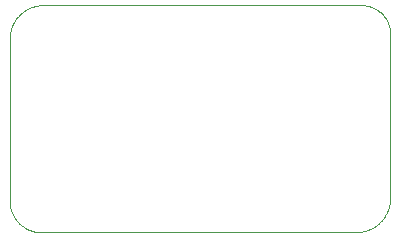
<source format=gbp>
G75*
%MOIN*%
%OFA0B0*%
%FSLAX25Y25*%
%IPPOS*%
%LPD*%
%AMOC8*
5,1,8,0,0,1.08239X$1,22.5*
%
%ADD10C,0.00000*%
D10*
X0011630Y0001252D02*
X0116327Y0001252D01*
X0116607Y0001255D01*
X0116887Y0001266D01*
X0117167Y0001282D01*
X0117446Y0001306D01*
X0117725Y0001337D01*
X0118002Y0001374D01*
X0118279Y0001417D01*
X0118555Y0001468D01*
X0118829Y0001525D01*
X0119102Y0001589D01*
X0119373Y0001659D01*
X0119642Y0001736D01*
X0119910Y0001819D01*
X0120175Y0001909D01*
X0120438Y0002005D01*
X0120699Y0002108D01*
X0120957Y0002217D01*
X0121213Y0002332D01*
X0121465Y0002453D01*
X0121715Y0002580D01*
X0121961Y0002713D01*
X0122205Y0002852D01*
X0122444Y0002997D01*
X0122681Y0003148D01*
X0122913Y0003304D01*
X0123142Y0003466D01*
X0123366Y0003634D01*
X0123587Y0003806D01*
X0123803Y0003985D01*
X0124015Y0004168D01*
X0124223Y0004356D01*
X0124426Y0004549D01*
X0124624Y0004747D01*
X0124817Y0004950D01*
X0125005Y0005158D01*
X0125188Y0005370D01*
X0125367Y0005586D01*
X0125539Y0005807D01*
X0125707Y0006031D01*
X0125869Y0006260D01*
X0126025Y0006492D01*
X0126176Y0006729D01*
X0126321Y0006968D01*
X0126460Y0007212D01*
X0126593Y0007458D01*
X0126720Y0007708D01*
X0126841Y0007960D01*
X0126956Y0008216D01*
X0127065Y0008474D01*
X0127168Y0008735D01*
X0127264Y0008998D01*
X0127354Y0009263D01*
X0127437Y0009531D01*
X0127514Y0009800D01*
X0127584Y0010071D01*
X0127648Y0010344D01*
X0127705Y0010618D01*
X0127756Y0010894D01*
X0127799Y0011171D01*
X0127836Y0011448D01*
X0127867Y0011727D01*
X0127891Y0012006D01*
X0127907Y0012286D01*
X0127918Y0012566D01*
X0127921Y0012846D01*
X0127921Y0067319D01*
X0127922Y0067319D02*
X0127919Y0067552D01*
X0127911Y0067784D01*
X0127897Y0068017D01*
X0127877Y0068249D01*
X0127852Y0068480D01*
X0127821Y0068711D01*
X0127784Y0068941D01*
X0127743Y0069170D01*
X0127695Y0069398D01*
X0127642Y0069625D01*
X0127584Y0069850D01*
X0127520Y0070074D01*
X0127450Y0070296D01*
X0127376Y0070517D01*
X0127296Y0070735D01*
X0127211Y0070952D01*
X0127120Y0071166D01*
X0127025Y0071379D01*
X0126924Y0071589D01*
X0126818Y0071796D01*
X0126708Y0072001D01*
X0126592Y0072203D01*
X0126472Y0072402D01*
X0126347Y0072599D01*
X0126217Y0072792D01*
X0126082Y0072982D01*
X0125943Y0073168D01*
X0125799Y0073352D01*
X0125651Y0073531D01*
X0125499Y0073708D01*
X0125343Y0073880D01*
X0125182Y0074048D01*
X0125017Y0074213D01*
X0124849Y0074374D01*
X0124677Y0074530D01*
X0124500Y0074682D01*
X0124321Y0074830D01*
X0124137Y0074974D01*
X0123951Y0075113D01*
X0123761Y0075248D01*
X0123568Y0075378D01*
X0123371Y0075503D01*
X0123172Y0075623D01*
X0122970Y0075739D01*
X0122765Y0075849D01*
X0122558Y0075955D01*
X0122348Y0076056D01*
X0122135Y0076151D01*
X0121921Y0076242D01*
X0121704Y0076327D01*
X0121486Y0076407D01*
X0121265Y0076481D01*
X0121043Y0076551D01*
X0120819Y0076615D01*
X0120594Y0076673D01*
X0120367Y0076726D01*
X0120139Y0076774D01*
X0119910Y0076815D01*
X0119680Y0076852D01*
X0119449Y0076883D01*
X0119218Y0076908D01*
X0118986Y0076928D01*
X0118753Y0076942D01*
X0118521Y0076950D01*
X0118288Y0076953D01*
X0012221Y0076953D01*
X0011950Y0076950D01*
X0011679Y0076940D01*
X0011408Y0076924D01*
X0011138Y0076901D01*
X0010868Y0076871D01*
X0010600Y0076835D01*
X0010332Y0076793D01*
X0010065Y0076744D01*
X0009800Y0076689D01*
X0009536Y0076627D01*
X0009273Y0076559D01*
X0009012Y0076484D01*
X0008754Y0076404D01*
X0008497Y0076317D01*
X0008242Y0076224D01*
X0007990Y0076125D01*
X0007740Y0076019D01*
X0007492Y0075908D01*
X0007248Y0075791D01*
X0007006Y0075668D01*
X0006768Y0075539D01*
X0006532Y0075404D01*
X0006300Y0075264D01*
X0006072Y0075118D01*
X0005847Y0074967D01*
X0005625Y0074810D01*
X0005408Y0074648D01*
X0005195Y0074481D01*
X0004985Y0074308D01*
X0004780Y0074131D01*
X0004579Y0073949D01*
X0004383Y0073762D01*
X0004191Y0073570D01*
X0004004Y0073374D01*
X0003822Y0073173D01*
X0003645Y0072968D01*
X0003472Y0072758D01*
X0003305Y0072545D01*
X0003143Y0072328D01*
X0002986Y0072106D01*
X0002835Y0071881D01*
X0002689Y0071653D01*
X0002549Y0071421D01*
X0002414Y0071185D01*
X0002285Y0070947D01*
X0002162Y0070705D01*
X0002045Y0070461D01*
X0001934Y0070213D01*
X0001828Y0069963D01*
X0001729Y0069711D01*
X0001636Y0069456D01*
X0001549Y0069199D01*
X0001469Y0068941D01*
X0001394Y0068680D01*
X0001326Y0068417D01*
X0001264Y0068153D01*
X0001209Y0067888D01*
X0001160Y0067621D01*
X0001118Y0067353D01*
X0001082Y0067085D01*
X0001052Y0066815D01*
X0001029Y0066545D01*
X0001013Y0066274D01*
X0001003Y0066003D01*
X0001000Y0065732D01*
X0001000Y0011882D01*
X0001003Y0011621D01*
X0001013Y0011360D01*
X0001029Y0011100D01*
X0001051Y0010840D01*
X0001080Y0010581D01*
X0001115Y0010322D01*
X0001156Y0010065D01*
X0001204Y0009808D01*
X0001258Y0009553D01*
X0001319Y0009299D01*
X0001385Y0009047D01*
X0001458Y0008796D01*
X0001537Y0008548D01*
X0001621Y0008301D01*
X0001712Y0008056D01*
X0001809Y0007814D01*
X0001912Y0007574D01*
X0002021Y0007337D01*
X0002135Y0007103D01*
X0002255Y0006871D01*
X0002381Y0006642D01*
X0002512Y0006417D01*
X0002649Y0006195D01*
X0002791Y0005976D01*
X0002939Y0005761D01*
X0003092Y0005550D01*
X0003250Y0005342D01*
X0003413Y0005138D01*
X0003581Y0004939D01*
X0003754Y0004743D01*
X0003931Y0004552D01*
X0004113Y0004365D01*
X0004300Y0004183D01*
X0004491Y0004006D01*
X0004687Y0003833D01*
X0004886Y0003665D01*
X0005090Y0003502D01*
X0005298Y0003344D01*
X0005509Y0003191D01*
X0005724Y0003043D01*
X0005943Y0002901D01*
X0006165Y0002764D01*
X0006390Y0002633D01*
X0006619Y0002507D01*
X0006851Y0002387D01*
X0007085Y0002273D01*
X0007322Y0002164D01*
X0007562Y0002061D01*
X0007804Y0001964D01*
X0008049Y0001873D01*
X0008296Y0001789D01*
X0008544Y0001710D01*
X0008795Y0001637D01*
X0009047Y0001571D01*
X0009301Y0001510D01*
X0009556Y0001456D01*
X0009813Y0001408D01*
X0010070Y0001367D01*
X0010329Y0001332D01*
X0010588Y0001303D01*
X0010848Y0001281D01*
X0011108Y0001265D01*
X0011369Y0001255D01*
X0011630Y0001252D01*
M02*

</source>
